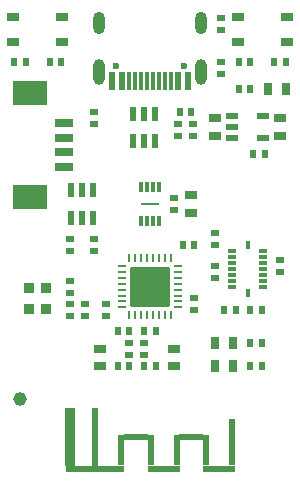
<source format=gbr>
%TF.GenerationSoftware,Altium Limited,Altium Designer,21.7.2 (23)*%
G04 Layer_Color=255*
%FSLAX45Y45*%
%MOMM*%
%TF.SameCoordinates,838FB56E-0ED7-4152-9A2E-8E5145BDEB09*%
%TF.FilePolarity,Positive*%
%TF.FileFunction,Pads,Top*%
%TF.Part,Single*%
G01*
G75*
%TA.AperFunction,SMDPad,CuDef*%
%ADD11R,1.65000X0.25000*%
%ADD12R,0.30000X0.90000*%
%ADD13R,0.60000X0.70000*%
%TA.AperFunction,ConnectorPad*%
%ADD14R,1.05000X0.65000*%
%TA.AperFunction,SMDPad,CuDef*%
%ADD15R,0.80000X1.00000*%
%TA.AperFunction,TestPad*%
%ADD16R,0.50000X4.90000*%
%ADD17R,0.50000X3.94000*%
%ADD18R,2.70000X0.50000*%
%ADD19R,0.50000X2.64000*%
%ADD20R,2.00000X0.50000*%
%ADD21R,5.00000X0.50000*%
%ADD22R,0.90000X4.90000*%
%TA.AperFunction,SMDPad,CuDef*%
%ADD23R,0.70000X0.60000*%
%ADD24R,0.75000X0.30000*%
%ADD25R,0.30000X0.75000*%
%ADD26R,1.00000X0.80000*%
%ADD27R,3.00000X2.10000*%
%ADD28R,1.60000X0.80000*%
G04:AMPARAMS|DCode=29|XSize=3.45mm|YSize=3.45mm|CornerRadius=0.1725mm|HoleSize=0mm|Usage=FLASHONLY|Rotation=270.000|XOffset=0mm|YOffset=0mm|HoleType=Round|Shape=RoundedRectangle|*
%AMROUNDEDRECTD29*
21,1,3.45000,3.10500,0,0,270.0*
21,1,3.10500,3.45000,0,0,270.0*
1,1,0.34500,-1.55250,-1.55250*
1,1,0.34500,-1.55250,1.55250*
1,1,0.34500,1.55250,1.55250*
1,1,0.34500,1.55250,-1.55250*
%
%ADD29ROUNDEDRECTD29*%
G04:AMPARAMS|DCode=30|XSize=0.25mm|YSize=0.7mm|CornerRadius=0.0125mm|HoleSize=0mm|Usage=FLASHONLY|Rotation=90.000|XOffset=0mm|YOffset=0mm|HoleType=Round|Shape=RoundedRectangle|*
%AMROUNDEDRECTD30*
21,1,0.25000,0.67500,0,0,90.0*
21,1,0.22500,0.70000,0,0,90.0*
1,1,0.02500,0.33750,0.11250*
1,1,0.02500,0.33750,-0.11250*
1,1,0.02500,-0.33750,-0.11250*
1,1,0.02500,-0.33750,0.11250*
%
%ADD30ROUNDEDRECTD30*%
G04:AMPARAMS|DCode=31|XSize=0.25mm|YSize=0.7mm|CornerRadius=0.0125mm|HoleSize=0mm|Usage=FLASHONLY|Rotation=0.000|XOffset=0mm|YOffset=0mm|HoleType=Round|Shape=RoundedRectangle|*
%AMROUNDEDRECTD31*
21,1,0.25000,0.67500,0,0,0.0*
21,1,0.22500,0.70000,0,0,0.0*
1,1,0.02500,0.11250,-0.33750*
1,1,0.02500,-0.11250,-0.33750*
1,1,0.02500,-0.11250,0.33750*
1,1,0.02500,0.11250,0.33750*
%
%ADD31ROUNDEDRECTD31*%
%TA.AperFunction,ConnectorPad*%
%ADD32R,0.60000X1.50000*%
%ADD33R,0.30000X1.50000*%
%TA.AperFunction,TestPad*%
G04:AMPARAMS|DCode=34|XSize=0.9mm|YSize=0.8mm|CornerRadius=0.04mm|HoleSize=0mm|Usage=FLASHONLY|Rotation=90.000|XOffset=0mm|YOffset=0mm|HoleType=Round|Shape=RoundedRectangle|*
%AMROUNDEDRECTD34*
21,1,0.90000,0.72000,0,0,90.0*
21,1,0.82000,0.80000,0,0,90.0*
1,1,0.08000,0.36000,0.41000*
1,1,0.08000,0.36000,-0.41000*
1,1,0.08000,-0.36000,-0.41000*
1,1,0.08000,-0.36000,0.41000*
%
%ADD34ROUNDEDRECTD34*%
%TA.AperFunction,SMDPad,CuDef*%
%ADD35R,0.60000X1.20000*%
%ADD36R,1.05000X0.60000*%
%TA.AperFunction,WasherPad*%
%ADD43C,1.15200*%
%TA.AperFunction,ComponentPad*%
%ADD44C,0.60000*%
%ADD45O,1.00000X2.20000*%
%ADD46O,1.00000X1.90000*%
D11*
X0Y700000D02*
D03*
D12*
X-75000Y555500D02*
D03*
X-25000D02*
D03*
X25000D02*
D03*
X75000D02*
D03*
X-75000Y844500D02*
D03*
X-25000D02*
D03*
X25000D02*
D03*
X75000D02*
D03*
D13*
X1050000Y1900000D02*
D03*
X1150000D02*
D03*
X750000D02*
D03*
X850000D02*
D03*
X250000Y1475000D02*
D03*
X350000D02*
D03*
X50000Y-675000D02*
D03*
X-50000D02*
D03*
X50000Y-375000D02*
D03*
X-50000D02*
D03*
X375000Y350000D02*
D03*
X275000D02*
D03*
X-275000Y-675000D02*
D03*
X-175000D02*
D03*
X-275000Y-375000D02*
D03*
X-175000D02*
D03*
X725000Y-200000D02*
D03*
X625000D02*
D03*
X850000D02*
D03*
X950000D02*
D03*
X-750000Y1900000D02*
D03*
X-850000D02*
D03*
X-1050000D02*
D03*
X-1150000D02*
D03*
X950000Y-475000D02*
D03*
X850000D02*
D03*
X950000Y-675000D02*
D03*
X850000D02*
D03*
X750000Y1675000D02*
D03*
X850000D02*
D03*
X875000Y1125000D02*
D03*
X975000D02*
D03*
D14*
X1157500Y2067500D02*
D03*
X742500D02*
D03*
X1157500Y2282500D02*
D03*
X742500D02*
D03*
X-1157500D02*
D03*
X-742500D02*
D03*
X-1157500Y2067500D02*
D03*
X-742500D02*
D03*
D15*
X700000Y-475000D02*
D03*
X550000D02*
D03*
X700000Y-675000D02*
D03*
X550000D02*
D03*
X1000000Y1675000D02*
D03*
X1150000D02*
D03*
D16*
X-465000Y-1270000D02*
D03*
D17*
X695000Y-1318000D02*
D03*
D18*
X585000Y-1540000D02*
D03*
X115000D02*
D03*
D19*
X475000Y-1383000D02*
D03*
X225000D02*
D03*
X5000D02*
D03*
X-245000D02*
D03*
D20*
X350000Y-1276000D02*
D03*
X-120000D02*
D03*
D21*
X-470000Y-1540000D02*
D03*
D22*
X-675000Y-1270000D02*
D03*
D23*
X240000Y1275000D02*
D03*
Y1375000D02*
D03*
X360000Y1275000D02*
D03*
Y1375000D02*
D03*
X-50000Y-575000D02*
D03*
Y-475000D02*
D03*
X-375000Y-250000D02*
D03*
Y-150000D02*
D03*
X375000Y-200000D02*
D03*
Y-100000D02*
D03*
X200000Y750000D02*
D03*
Y650000D02*
D03*
X-175000Y-575000D02*
D03*
Y-475000D02*
D03*
X-475000Y400000D02*
D03*
Y300000D02*
D03*
X550000Y450000D02*
D03*
Y350000D02*
D03*
X-550000Y-150000D02*
D03*
Y-250000D02*
D03*
X-675000Y400000D02*
D03*
Y300000D02*
D03*
X-675000Y-50000D02*
D03*
Y50000D02*
D03*
Y-150000D02*
D03*
Y-250000D02*
D03*
X600000Y1900000D02*
D03*
Y1800000D02*
D03*
Y2175000D02*
D03*
Y2275000D02*
D03*
X1100000Y125000D02*
D03*
Y225000D02*
D03*
X550000Y175000D02*
D03*
Y75000D02*
D03*
X-475000Y1475000D02*
D03*
Y1375000D02*
D03*
D24*
X955000Y300000D02*
D03*
Y250000D02*
D03*
Y200000D02*
D03*
Y150000D02*
D03*
Y100000D02*
D03*
Y50000D02*
D03*
Y0D02*
D03*
X695000D02*
D03*
Y50000D02*
D03*
Y100000D02*
D03*
Y150000D02*
D03*
Y200000D02*
D03*
Y250000D02*
D03*
Y300000D02*
D03*
D25*
X825000Y-55000D02*
D03*
Y355000D02*
D03*
D26*
X-425000Y-525000D02*
D03*
Y-675000D02*
D03*
X200000Y-525000D02*
D03*
Y-675000D02*
D03*
X350000Y775000D02*
D03*
Y625000D02*
D03*
X1100000Y1275000D02*
D03*
Y1425000D02*
D03*
X550000Y1275000D02*
D03*
Y1425000D02*
D03*
D27*
X-1020000Y757500D02*
D03*
Y1642500D02*
D03*
D28*
X-730000Y1012500D02*
D03*
Y1137500D02*
D03*
Y1262500D02*
D03*
Y1387500D02*
D03*
D29*
X0Y0D02*
D03*
D30*
X-240000Y-175000D02*
D03*
Y-125000D02*
D03*
Y-75000D02*
D03*
Y-25000D02*
D03*
Y25000D02*
D03*
Y75000D02*
D03*
Y125000D02*
D03*
Y175000D02*
D03*
X240000D02*
D03*
Y125000D02*
D03*
Y75000D02*
D03*
Y25000D02*
D03*
Y-25000D02*
D03*
Y-75000D02*
D03*
Y-125000D02*
D03*
Y-175000D02*
D03*
D31*
X-175000Y240000D02*
D03*
X-125000D02*
D03*
X-75000D02*
D03*
X-25000D02*
D03*
X25000D02*
D03*
X75000D02*
D03*
X125000D02*
D03*
X175000D02*
D03*
Y-240000D02*
D03*
X125000D02*
D03*
X75000D02*
D03*
X25000D02*
D03*
X-25000D02*
D03*
X-75000D02*
D03*
X-125000D02*
D03*
X-175000D02*
D03*
D32*
X240000Y1740000D02*
D03*
X320000D02*
D03*
X-320000D02*
D03*
X-240000D02*
D03*
D33*
X175000D02*
D03*
X125000D02*
D03*
X75000D02*
D03*
X-175000D02*
D03*
X-125000D02*
D03*
X-75000D02*
D03*
X-25000D02*
D03*
X25000D02*
D03*
D34*
X-877500Y-192500D02*
D03*
Y-7500D02*
D03*
X-1022500Y-192500D02*
D03*
Y-7500D02*
D03*
D35*
X-145000Y1235000D02*
D03*
X-50000D02*
D03*
X45000D02*
D03*
Y1465000D02*
D03*
X-50000D02*
D03*
X-145000D02*
D03*
X-670000Y585000D02*
D03*
X-575000D02*
D03*
X-480000D02*
D03*
Y815000D02*
D03*
X-575000D02*
D03*
X-670000D02*
D03*
D36*
X692500Y1445000D02*
D03*
Y1350000D02*
D03*
Y1255000D02*
D03*
X957500D02*
D03*
Y1445000D02*
D03*
D43*
X-1100000Y-950000D02*
D03*
D44*
X-290000Y1865000D02*
D03*
X290000D02*
D03*
D45*
X432500Y1815000D02*
D03*
X-432500D02*
D03*
D46*
Y2235000D02*
D03*
X432500D02*
D03*
%TF.MD5,e7c65f4411c3b39d228f99cf03cdff93*%
M02*

</source>
